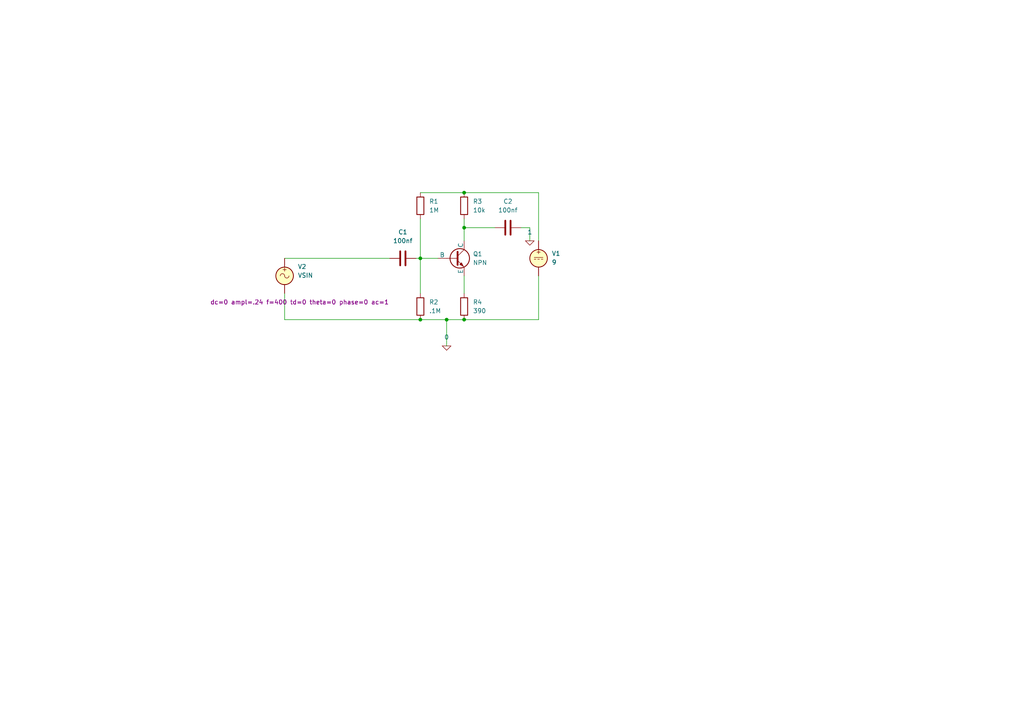
<source format=kicad_sch>
(kicad_sch (version 20250114) (generator "eeschema") (generator_version "9.0")
  (paper "A4")
  (lib_symbols
    (symbol "Device:C" (pin_numbers (hide yes)) (pin_names (offset 0.254))
      (property "Reference" "C" (at 0.635 2.54 0))
      (property "Value" "C" (at 0.635 -2.54 0))
      (symbol "C_0_1"
        (polyline (pts (xy -2.032 0.762) (xy 2.032 0.762)) (stroke (width 0.508)))
        (polyline (pts (xy -2.032 -0.762) (xy 2.032 -0.762)) (stroke (width 0.508)))
      )
      (symbol "C_1_1"
        (pin passive line (at 0 3.81 270) (length 2.794) (name "~") (number "1"))
        (pin passive line (at 0 -3.81 90) (length 2.794) (name "~") (number "2"))
      )
    )
    (symbol "Device:R" (pin_numbers (hide yes)) (pin_names (offset 0))
      (property "Reference" "R" (at 2.032 0 90))
      (property "Value" "R" (at 0 0 90))
      (symbol "R_0_1"
        (rectangle (start -1.016 -2.54) (end 1.016 2.54) (stroke (width 0.254)))
      )
      (symbol "R_1_1"
        (pin passive line (at 0 3.81 270) (length 1.27) (name "~") (number "1"))
        (pin passive line (at 0 -3.81 90) (length 1.27) (name "~") (number "2"))
      )
    )
    (symbol "Simulation_SPICE:0" (power) (pin_numbers (hide yes)) (pin_names (offset 0) (hide yes))
      (property "Value" "0" (at 0 -2.54 0))
      (symbol "0_0_1"
        (polyline (pts (xy -1.27 0) (xy 0 -1.27) (xy 1.27 0) (xy -1.27 0)))
      )
      (symbol "0_1_1"
        (pin power_in line (at 0 0 0) (length 0) (name "~") (number "1"))
      )
    )
    (symbol "Simulation_SPICE:NPN" (pin_numbers (hide yes)) (pin_names (offset 0))
      (property "Reference" "Q" (at -2.54 7.62 0))
      (property "Value" "NPN" (at -2.54 5.08 0))
      (symbol "NPN_0_1"
        (polyline (pts (xy -2.54 0) (xy 0.635 0)) (stroke (width 0.1524)))
        (polyline (pts (xy 0.635 1.905) (xy 0.635 -1.905) (xy 0.635 -1.905)) (stroke (width 0.508)))
        (polyline (pts (xy 0.635 0.635) (xy 2.54 2.54)))
        (polyline (pts (xy 0.635 -0.635) (xy 2.54 -2.54) (xy 2.54 -2.54)))
        (circle (center 1.27 0) (radius 2.8194) (stroke (width 0.254)))
        (polyline (pts (xy 1.27 -1.778) (xy 1.778 -1.27) (xy 2.286 -2.286) (xy 1.27 -1.778) (xy 1.27 -1.778)) (fill (type outline)))
        (polyline (pts (xy 2.794 -1.27) (xy 2.794 -1.27)) (stroke (width 0.1524)))
        (polyline (pts (xy 2.794 -1.27) (xy 2.794 -1.27)) (stroke (width 0.1524)))
      )
      (symbol "NPN_1_1"
        (pin input line (at -5.08 0 0) (length 2.54) (name "B") (number "2"))
        (pin open_collector line (at 2.54 5.08 270) (length 2.54) (name "C") (number "1"))
        (pin open_emitter line (at 2.54 -5.08 90) (length 2.54) (name "E") (number "3"))
      )
    )
    (symbol "Simulation_SPICE:VDC" (pin_numbers (hide yes)) (pin_names (offset 0.0254))
      (property "Reference" "V" (at 2.54 2.54 0))
      (property "Value" "1" (at 2.54 0 0))
      (symbol "VDC_0_0"
        (polyline (pts (xy -1.27 0.254) (xy 1.27 0.254)))
        (polyline (pts (xy -0.762 -0.254) (xy -1.27 -0.254)))
        (polyline (pts (xy 0.254 -0.254) (xy -0.254 -0.254)))
        (polyline (pts (xy 1.27 -0.254) (xy 0.762 -0.254)))
        (text "+" (at 0 1.905 0) (effects (font (size 1.27 1.27))))
      )
      (symbol "VDC_0_1"
        (circle (center 0 0) (radius 2.54) (stroke (width 0.254)) (fill (type background)))
      )
      (symbol "VDC_1_1"
        (pin passive line (at 0 5.08 270) (length 2.54) (name "~") (number "1"))
        (pin passive line (at 0 -5.08 90) (length 2.54) (name "~") (number "2"))
      )
    )
    (symbol "Simulation_SPICE:VSIN" (pin_numbers (hide yes)) (pin_names (offset 0.0254))
      (property "Reference" "V" (at 2.54 2.54 0))
      (property "Value" "VSIN" (at 2.54 0 0))
      (property "Sim.Params" "dc=0 ampl=1 f=1k ac=1" (at 2.54 -2.54 0))
      (symbol "VSIN_0_0"
        (arc (start -1.27 0) (mid -0.635 0.6323) (end 0 0))
        (arc (start 1.27 0) (mid 0.635 -0.6323) (end 0 0))
        (text "+" (at 0 1.905 0) (effects (font (size 1.27 1.27))))
      )
      (symbol "VSIN_0_1"
        (circle (center 0 0) (radius 2.54) (stroke (width 0.254)) (fill (type background)))
      )
      (symbol "VSIN_1_1"
        (pin passive line (at 0 5.08 270) (length 2.54) (name "~") (number "1"))
        (pin passive line (at 0 -5.08 90) (length 2.54) (name "~") (number "2"))
      )
    )
  )
  (junction (at 121.92 74.93))
  (junction (at 134.62 66.04))
  (junction (at 134.62 92.71))
  (junction (at 121.92 92.71))
  (junction (at 129.54 92.71))
  (junction (at 134.62 55.88))
  (wire (pts (xy 134.62 55.88) (xy 156.21 55.88)))
  (wire (pts (xy 153.67 69.85) (xy 153.67 66.04)))
  (wire (pts (xy 121.92 74.93) (xy 121.92 85.09)))
  (wire (pts (xy 82.55 85.09) (xy 82.55 92.71)))
  (wire (pts (xy 121.92 63.5) (xy 121.92 74.93)))
  (wire (pts (xy 121.92 92.71) (xy 129.54 92.71)))
  (wire (pts (xy 134.62 63.5) (xy 134.62 66.04)))
  (wire (pts (xy 120.65 74.93) (xy 121.92 74.93)))
  (wire (pts (xy 121.92 55.88) (xy 134.62 55.88)))
  (wire (pts (xy 156.21 80.01) (xy 156.21 92.71)))
  (wire (pts (xy 134.62 92.71) (xy 156.21 92.71)))
  (wire (pts (xy 156.21 55.88) (xy 156.21 69.85)))
  (wire (pts (xy 82.55 92.71) (xy 121.92 92.71)))
  (wire (pts (xy 129.54 92.71) (xy 134.62 92.71)))
  (wire (pts (xy 134.62 66.04) (xy 134.62 69.85)))
  (wire (pts (xy 134.62 66.04) (xy 143.51 66.04)))
  (wire (pts (xy 134.62 80.01) (xy 134.62 85.09)))
  (wire (pts (xy 129.54 92.71) (xy 129.54 100.33)))
  (wire (pts (xy 151.13 66.04) (xy 153.67 66.04)))
  (wire (pts (xy 121.92 74.93) (xy 127 74.93)))
  (wire (pts (xy 82.55 74.93) (xy 113.03 74.93)))
  (symbol (lib_id "Device:R") (at 134.62 88.9 0) (unit 1)
    (property "Reference" "R4" (at 137.16 87.6299 0) (effects (justify left)))
    (property "Value" "390" (at 137.16 90.1699 0) (effects (justify left)))
    (property "Description" "Resistor" (effects (hide yes)))
  )
  (symbol (lib_id "Device:R") (at 121.92 59.69 0) (unit 1)
    (property "Reference" "R1" (at 124.46 58.4199 0) (effects (justify left)))
    (property "Value" "1M" (at 124.46 60.9599 0) (effects (justify left)))
    (property "Description" "Resistor" (effects (hide yes)))
  )
  (symbol (lib_id "Device:C") (at 116.84 74.93 90) (unit 1)
    (property "Reference" "C1" (at 116.84 67.31 90))
    (property "Value" "100nf" (at 116.84 69.85 90))
    (property "Description" "Unpolarized capacitor" (effects (hide yes)))
  )
  (symbol (lib_id "Simulation_SPICE:NPN") (at 132.08 74.93 0) (unit 1)
    (property "Reference" "Q1" (at 137.16 73.6599 0) (effects (justify left)))
    (property "Value" "NPN" (at 137.16 76.1999 0) (effects (justify left)))
    (property "Datasheet" "https://ngspice.sourceforge.io/docs/ngspice-html-manual/manual.xhtml#cha_BJTs" (effects (hide yes)))
    (property "Description" "Bipolar transistor symbol for simulation only, substrate tied to the emitter" (effects (hide yes)))
    (property "Sim.Library" "/home/flower/Documents/ki/Experiments/Transistors/Custom Amp/2n5088.lib" (effects (hide yes)))
    (property "Sim.Name" "2N5088" (effects (hide yes)))
    (property "Sim.Device" "NPN" (effects (hide yes)))
    (property "Sim.Type" "GUMMELPOON" (effects (hide yes)))
    (property "Sim.Pins" "1=C 2=B 3=E" (effects (hide yes)))
  )
  (symbol (lib_id "Device:R") (at 121.92 88.9 0) (unit 1)
    (property "Reference" "R2" (at 124.46 87.6299 0) (effects (justify left)))
    (property "Value" ".1M" (at 124.46 90.1699 0) (effects (justify left)))
    (property "Description" "Resistor" (effects (hide yes)))
  )
  (symbol (lib_id "Device:C") (at 147.32 66.04 90) (unit 1)
    (property "Reference" "C2" (at 147.32 58.42 90))
    (property "Value" "100nf" (at 147.32 60.96 90))
    (property "Description" "Unpolarized capacitor" (effects (hide yes)))
  )
  (symbol (lib_id "Simulation_SPICE:VDC") (at 156.21 74.93 0) (unit 1)
    (property "Reference" "V1" (at 160.02 73.5301 0) (effects (justify left)))
    (property "Value" "9" (at 160.02 76.0701 0) (effects (justify left)))
    (property "Datasheet" "https://ngspice.sourceforge.io/docs/ngspice-html-manual/manual.xhtml#sec_Independent_Sources_for" (effects (hide yes)))
    (property "Description" "Voltage source, DC" (effects (hide yes)))
    (property "Sim.Pins" "1=+ 2=-" (effects (hide yes)))
    (property "Sim.Type" "DC" (effects (hide yes)))
    (property "Sim.Device" "V" (effects (hide yes)))
  )
  (symbol (lib_id "Simulation_SPICE:0") (at 129.54 100.33 0) (unit 1)
    (property "Reference" "#GND01" (effects (hide yes)))
    (property "Value" "0" (at 129.54 97.79 0))
    (property "Datasheet" "https://ngspice.sourceforge.io/docs/ngspice-html-manual/manual.xhtml#subsec_Circuit_elements__device" (effects (hide yes)))
    (property "Description" "0V reference potential for simulation" (effects (hide yes)))
  )
  (symbol (lib_id "Simulation_SPICE:0") (at 153.67 69.85 0) (unit 1)
    (property "Reference" "#GND02" (effects (hide yes)))
    (property "Value" "1" (at 153.67 67.31 0))
    (property "Datasheet" "https://ngspice.sourceforge.io/docs/ngspice-html-manual/manual.xhtml#subsec_Circuit_elements__device" (effects (hide yes)))
    (property "Description" "0V reference potential for simulation" (effects (hide yes)))
  )
  (symbol (lib_id "Device:R") (at 134.62 59.69 0) (unit 1)
    (property "Reference" "R3" (at 137.16 58.4199 0) (effects (justify left)))
    (property "Value" "10k" (at 137.16 60.9599 0) (effects (justify left)))
    (property "Description" "Resistor" (effects (hide yes)))
  )
  (symbol (lib_id "Simulation_SPICE:VSIN") (at 82.55 80.01 0) (unit 1)
    (property "Reference" "V2" (at 86.36 77.3401 0) (effects (justify left)))
    (property "Value" "VSIN" (at 86.36 79.8801 0) (effects (justify left)))
    (property "Datasheet" "https://ngspice.sourceforge.io/docs/ngspice-html-manual/manual.xhtml#sec_Independent_Sources_for" (effects (hide yes)))
    (property "Description" "Voltage source, sinusoidal" (effects (hide yes)))
    (property "Sim.Pins" "1=+ 2=-" (effects (hide yes)))
    (property "Sim.Params" "dc=0 ampl=.24 f=400 td=0 theta=0 phase=0 ac=1" (at 60.96 87.63 0) (effects (justify left)))
    (property "Sim.Type" "SIN" (effects (hide yes)))
    (property "Sim.Device" "V" (effects (hide yes)))
  )
)
</source>
